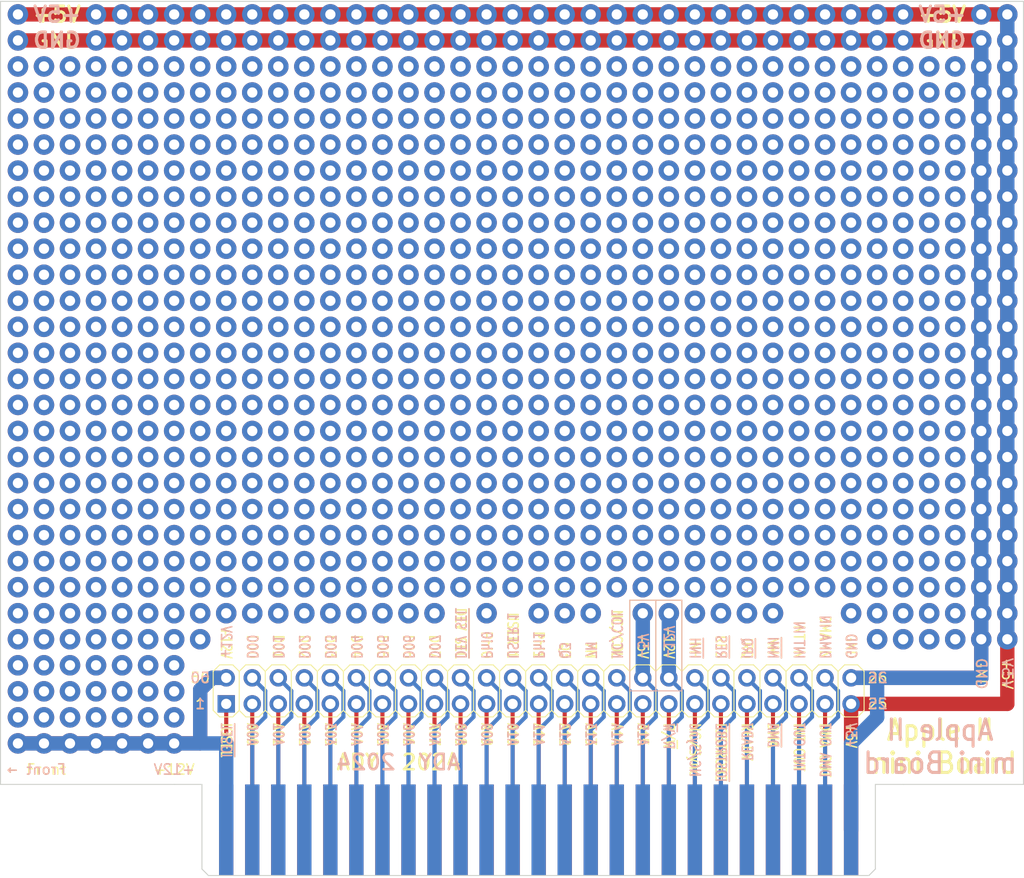
<source format=kicad_pcb>
(kicad_pcb (version 20211014) (generator pcbnew)
  (layers (0 "F.Cu" signal) (31 "B.Cu" signal) (34 "B.Paste" user) (35 "F.Paste" user) (36 "B.SilkS" user "B.Silkscreen") (37 "F.SilkS" user "F.Silkscreen") (38 "B.Mask" user) (39 "F.Mask" user) (44 "Edge.Cuts" user))
  (net 0 "")
  (net 1 "/~{IO_SELECT}")
  (net 2 "/A00")
  (net 3 "/A01")
  (net 4 "/A02")
  (net 5 "/A03")
  (net 6 "/A04")
  (net 7 "/A05")
  (net 8 "/A06")
  (net 9 "/A07")
  (net 10 "/A08")
  (net 11 "/A09")
  (net 12 "/A10")
  (net 13 "/A11")
  (net 14 "/A12")
  (net 15 "/A13")
  (net 16 "/A14")
  (net 17 "/A15")
  (net 18 "/R{slash}~{W}")
  (net 19 "/NC{slash}Sync")
  (net 20 "/~{IO_STROBE}")
  (net 21 "/RDY")
  (net 22 "/~{DMA}")
  (net 23 "/INT_OUT")
  (net 24 "/DMA_OUT")
  (net 25 "+5V")
  (net 26 "GND")
  (net 27 "/DMA_IN")
  (net 28 "/INT_IN")
  (net 29 "/~{NMI}")
  (net 30 "/~{IRQ}")
  (net 31 "/~{RES}")
  (net 32 "/~{INH}")
  (net 33 "-12V")
  (net 34 "-5V")
  (net 35 "/NC{slash}Col")
  (net 36 "/7M")
  (net 37 "/Q3")
  (net 38 "/Phi0")
  (net 39 "/USER_1")
  (net 40 "/Phi1")
  (net 41 "/~{DEVICE_SELECT}")
  (net 42 "/D07")
  (net 43 "/D06")
  (net 44 "/D05")
  (net 45 "/D04")
  (net 46 "/D03")
  (net 47 "/D02")
  (net 48 "/D01")
  (net 49 "/D00")
  (net 50 "+12V")
  (footprint "Apple2:PinHeader_2x25_P2.54mm_Vertical" (layer "F.Cu") (at 175.21 124.36 90)
    (fp_text reference "J2" hide)
    (fp_text value "Apple II Bus Card Pin Header" hide)
  )
  (footprint "Apple2:Protoboard 29x39" (layer "F.Cu") (at 154.89 128.215)
    (fp_text reference "REF**" hide)
    (fp_text value "Protoboard 29x39" hide)
  )
  (footprint "Apple2:Bus_Apple_II_Card" (layer "F.Cu") (at 175.21 136.66)
    (fp_text reference "J1" hide)
    (fp_text value "Apple II Bus Card Edge")
    (fp_line (start 62.695 4.445) (end 63.33 3.81) (layer "Edge.Cuts") (width 0.1))
    (fp_line (start -5.08 -4.445) (end -2.37 -4.445) (layer "Edge.Cuts") (width 0.1))
    (fp_line (start -1.735 4.445) (end 62.695 4.445) (layer "Edge.Cuts") (width 0.1))
    (fp_line (start -2.37 -4.445) (end -2.37 3.81) (layer "Edge.Cuts") (width 0.1))
    (fp_line (start 63.33 3.81) (end 63.33 -4.445) (layer "Edge.Cuts") (width 0.1))
    (fp_line (start 63.33 -4.445) (end 66.04 -4.445) (layer "Edge.Cuts") (width 0.1))
    (fp_line (start -2.37 3.81) (end -1.735 4.445) (layer "Edge.Cuts") (width 0.1))
  )
  (gr_line (start 214.58 123.09) (end 214.58 114.245) (layer "B.SilkS") (width 0.1))
  (gr_line (start 214.58 123.09) (end 219.66 123.09) (layer "B.SilkS") (width 0.1))
  (gr_line (start 217.12 123.09) (end 217.12 114.245) (layer "B.SilkS") (width 0.1))
  (gr_line (start 219.66 123.09) (end 219.66 114.245) (layer "B.SilkS") (width 0.1))
  (gr_line (start 214.58 114.245) (end 219.66 114.245) (layer "B.SilkS") (width 0.1))
  (gr_line (start 219.66 121.185) (end 219.66 114.245) (layer "F.SilkS") (width 0.1))
  (gr_line (start 217.12 121.185) (end 217.12 114.245) (layer "F.SilkS") (width 0.1))
  (gr_line (start 214.58 121.185) (end 214.58 114.245) (layer "F.SilkS") (width 0.1))
  (gr_line (start 214.58 114.245) (end 219.66 114.245) (layer "F.SilkS") (width 0.1))
  (gr_line (start 241.25 132.215) (end 252.99 132.215) (layer "Edge.Cuts") (width 0.1))
  (gr_line (start 170.13 132.215) (end 153.19 132.215) (layer "Edge.Cuts") (width 0.1))
  (gr_line (start 153.19 132.215) (end 153.19 55.825) (layer "Edge.Cuts") (width 0.1))
  (gr_line (start 252.99 55.825) (end 153.19 55.825) (layer "Edge.Cuts") (width 0.1))
  (gr_line (start 252.99 132.215) (end 252.99 55.825) (layer "Edge.Cuts") (width 0.1))
  (gr_text "A00" (at 177.75 126.13 -90) (layer "B.SilkS") (effects (font (size 1 0.8)) (justify right mirror)))
  (gr_text "A07" (at 195.53 126.13 -90) (layer "B.SilkS") (effects (font (size 1 0.8)) (justify right mirror)))
  (gr_text "+5V" (at 245.06 57.095) (layer "B.SilkS") (effects (font (size 1.5 1.5) (thickness 0.3)) (justify mirror)))
  (gr_text "Apple II\nmini Board" (at 244.856 128.524) (layer "B.SilkS") (effects (font (size 2 1.8) (thickness 0.3)) (justify mirror)))
  (gr_text "+5V" (at 251.41 121.412 -90) (layer "B.SilkS") (effects (font (size 1 1)) (justify mirror)))
  (gr_text "A12" (at 208.23 126.13 -90) (layer "B.SilkS") (effects (font (size 1 0.8)) (justify right mirror)))
  (gr_text "R/~{W}" (at 218.39 126.13 -90) (layer "B.SilkS") (effects (font (size 1 0.8)) (justify right mirror)))
  (gr_text "D04" (at 187.91 120.05 -90) (layer "B.SilkS") (effects (font (size 1 0.8)) (justify left mirror)))
  (gr_text "GND" (at 236.17 120.05 -90) (layer "B.SilkS") (effects (font (size 1 0.8)) (justify left mirror)))
  (gr_text "~{IOSEL}" (at 175.21 126.13 -90) (layer "B.SilkS") (effects (font (size 1 0.8)) (justify right mirror)))
  (gr_text "7M" (at 210.77 120.05 -90) (layer "B.SilkS") (effects (font (size 1 0.8)) (justify left mirror)))
  (gr_text "DMA IN" (at 233.63 120.05 -90) (layer "B.SilkS") (effects (font (size 1 0.8)) (justify left mirror)))
  (gr_text "A15" (at 215.85 126.13 -90) (layer "B.SilkS") (effects (font (size 1 0.8)) (justify right mirror)))
  (gr_text "~{RES}" (at 223.47 120.05 -90) (layer "B.SilkS") (effects (font (size 1 0.8)) (justify left mirror)))
  (gr_text "1" (at 172.67 124.36) (layer "B.SilkS") (effects (font (size 1 1)) (justify mirror)))
  (gr_text "A11" (at 205.69 126.13 -90) (layer "B.SilkS") (effects (font (size 1 0.8)) (justify right mirror)))
  (gr_text "INT IN" (at 231.09 120.05 -90) (layer "B.SilkS") (effects (font (size 1 0.8)) (justify left mirror)))
  (gr_text "Front →" (at 153.62 130.755) (layer "B.SilkS") (effects (font (size 1 1)) (justify right mirror)))
  (gr_text "D00" (at 177.75 120.05 -90) (layer "B.SilkS") (effects (font (size 1 0.8)) (justify left mirror)))
  (gr_text "25" (at 238.76 124.36) (layer "B.SilkS") (effects (font (size 1 1)) (justify mirror)))
  (gr_text "READY" (at 226.01 126.13 -90) (layer "B.SilkS") (effects (font (size 1 0.8)) (justify right mirror)))
  (gr_text "GND" (at 245.06 59.635) (layer "B.SilkS") (effects (font (size 1.5 1.5) (thickness 0.3)) (justify mirror)))
  (gr_text "Phi1" (at 205.69 120.05 -90) (layer "B.SilkS") (effects (font (size 1 0.8)) (justify left mirror)))
  (gr_text "~{NMI}" (at 228.55 120.05 -90) (layer "B.SilkS") (effects (font (size 1 0.8)) (justify left mirror)))
  (gr_text "ADY  2024" (at 192.024 130.048) (layer "B.SilkS") (effects (font (size 1.5 1.5) (thickness 0.25)) (justify mirror)))
  (gr_text "D03" (at 185.37 120.05 -90) (layer "B.SilkS") (effects (font (size 1 0.8)) (justify left mirror)))
  (gr_text "+5V" (at 158.7 57.095) (layer "B.SilkS") (effects (font (size 1.5 1.5) (thickness 0.3)) (justify mirror)))
  (gr_text "USER 1" (at 203.15 120.05 -90) (layer "B.SilkS") (effects (font (size 1 0.8)) (justify left mirror)))
  (gr_text "~{DEV SEL}" (at 198.07 120.05 -90) (layer "B.SilkS") (effects (font (size 1 0.8)) (justify left mirror)))
  (gr_text "NC/Sync" (at 220.93 126.13 -90) (layer "B.SilkS") (effects (font (size 1 0.8)) (justify right mirror)))
  (gr_text "DMA OUT" (at 233.63 126.13 -90) (layer "B.SilkS") (effects (font (size 1 0.8)) (justify right mirror)))
  (gr_text "~{DMA}" (at 228.55 126.13 -90) (layer "B.SilkS") (effects (font (size 1 0.8)) (justify right mirror)))
  (gr_text "A02" (at 182.83 126.13 -90) (layer "B.SilkS") (effects (font (size 1 0.8)) (justify right mirror)))
  (gr_text "A09" (at 200.61 126.13 -90) (layer "B.SilkS") (effects (font (size 1 0.8)) (justify right mirror)))
  (gr_text "+12V" (at 175.21 120.05 -90) (layer "B.SilkS") (effects (font (size 1 0.8)) (justify left mirror)))
  (gr_text "A13" (at 210.77 126.13 -90) (layer "B.SilkS") (effects (font (size 1 0.8)) (justify right mirror)))
  (gr_text "A14" (at 213.31 126.13 -90) (layer "B.SilkS") (effects (font (size 1 0.8)) (justify right mirror)))
  (gr_text "D02" (at 182.83 120.05 -90) (layer "B.SilkS") (effects (font (size 1 0.8)) (justify left mirror)))
  (gr_text "Q3" (at 208.23 120.05 -90) (layer "B.SilkS") (effects (font (size 1 0.8)) (justify left mirror)))
  (gr_text "D07" (at 195.53 120.05 -90) (layer "B.SilkS") (effects (font (size 1 0.8)) (justify left mirror)))
  (gr_text "NC/COL" (at 213.31 120.05 -90) (layer "B.SilkS") (effects (font (size 1 0.8)) (justify left mirror)))
  (gr_text "Phi0" (at 200.61 120.05 -90) (layer "B.SilkS") (effects (font (size 1 0.8)) (justify left mirror)))
  (gr_text "GND" (at 158.7 59.635) (layer "B.SilkS") (effects (font (size 1.5 1.5) (thickness 0.3)) (justify mirror)))
  (gr_text "D05" (at 190.45 120.05 -90) (layer "B.SilkS") (effects (font (size 1 0.8)) (justify left mirror)))
  (gr_text "-5V" (at 215.85 120.05 -90) (layer "B.SilkS") (effects (font (size 1 0.8)) (justify left mirror)))
  (gr_text "A04" (at 187.91 126.13 -90) (layer "B.SilkS") (effects (font (size 1 0.8)) (justify right mirror)))
  (gr_text "D01" (at 180.29 120.05 -90) (layer "B.SilkS") (effects (font (size 1 0.8)) (justify left mirror)))
  (gr_text "A10" (at 203.15 126.13 -90) (layer "B.SilkS") (effects (font (size 1 0.8)) (justify right mirror)))
  (gr_text "A01" (at 180.29 126.13 -90) (layer "B.SilkS") (effects (font (size 1 0.8)) (justify right mirror)))
  (gr_text "~{IOSTROBE}" (at 223.47 126.13 -90) (layer "B.SilkS") (effects (font (size 1 0.8)) (justify right mirror)))
  (gr_text "+12V" (at 170.13 130.755) (layer "B.SilkS") (effects (font (size 1 1)) (justify mirror)))
  (gr_text "+5V" (at 236.17 126.13 -90) (layer "B.SilkS") (effects (font (size 1 0.8)) (justify right mirror)))
  (gr_text "A08" (at 198.07 126.13 -90) (layer "B.SilkS") (effects (font (size 1 0.8)) (justify right mirror)))
  (gr_text "~{INH}" (at 220.93 120.05 -90) (layer "B.SilkS") (effects (font (size 1 0.8)) (justify left mirror)))
  (gr_text "~{IRQ}" (at 226.01 120.05 -90) (layer "B.SilkS") (effects (font (size 1 0.8)) (justify left mirror)))
  (gr_text "50" (at 172.67 121.82) (layer "B.SilkS") (effects (font (size 1 1)) (justify mirror)))
  (gr_text "-12V" (at 218.39 120.05 -90) (layer "B.SilkS") (effects (font (size 1 0.8)) (justify left mirror)))
  (gr_text "D06" (at 192.99 120.05 -90) (layer "B.SilkS") (effects (font (size 1 0.8)) (justify left mirror)))
  (gr_text "26" (at 238.76 121.82) (layer "B.SilkS") (effects (font (size 1 1)) (justify mirror)))
  (gr_text "A06" (at 192.99 126.13 -90) (layer "B.SilkS") (effects (font (size 1 0.8)) (justify right mirror)))
  (gr_text "INT OUT" (at 231.09 126.13 -90) (layer "B.SilkS") (effects (font (size 1 0.8)) (justify right mirror)))
  (gr_text "A03" (at 185.37 126.13 -90) (layer "B.SilkS") (effects (font (size 1 0.8)) (justify right mirror)))
  (gr_text "GND" (at 248.87 121.412 -90) (layer "B.SilkS") (effects (font (size 1 1)) (justify mirror)))
  (gr_text "A05" (at 190.45 126.13 -90) (layer "B.SilkS") (effects (font (size 1 0.8)) (justify right mirror)))
  (gr_text "INT OUT" (at 231.09 126.13 -90) (layer "F.SilkS") (effects (font (size 1 0.8)) (justify left)))
  (gr_text "A10" (at 203.15 126.13 -90) (layer "F.SilkS") (effects (font (size 1 0.8)) (justify left)))
  (gr_text "USER 1" (at 203.15 120.05 -90) (layer "F.SilkS") (effects (font (size 1 0.8)) (justify right)))
  (gr_text "25" (at 238.76 124.36) (layer "F.SilkS") (effects (font (size 1 1))))
  (gr_text "-5V" (at 215.85 120.05 -90) (layer "F.SilkS") (effects (font (size 1 0.8)) (justify right)))
  (gr_text "NC/COL" (at 213.31 120.05 -90) (layer "F.SilkS") (effects (font (size 1 0.8)) (justify right)))
  (gr_text "A15" (at 215.85 126.13 -90) (layer "F.SilkS") (effects (font (size 1 0.8)) (justify left)))
  (gr_text "D07" (at 195.53 120.05 -90) (layer "F.SilkS") (effects (font (size 1 0.8)) (justify right)))
  (gr_text "-12V" (at 218.39 120.05 -90) (layer "F.SilkS") (effects (font (size 1 0.8)) (justify right)))
  (gr_text "A13" (at 210.77 126.13 -90) (layer "F.SilkS") (effects (font (size 1 0.8)) (justify left)))
  (gr_text "50" (at 172.67 121.82) (layer "F.SilkS") (effects (font (size 1 1))))
  (gr_text "+12V" (at 175.21 120.05 -90) (layer "F.SilkS") (effects (font (size 1 0.8)) (justify right)))
  (gr_text "Phi1" (at 205.69 120.05 -90) (layer "F.SilkS") (effects (font (size 1 0.8)) (justify right)))
  (gr_text "A01" (at 180.29 126.13 -90) (layer "F.SilkS") (effects (font (size 1 0.8)) (justify left)))
  (gr_text "GND" (at 248.87 121.412 -90) (layer "F.SilkS") (effects (font (size 1 1))))
  (gr_text "← Front" (at 153.62 130.755) (layer "F.SilkS") (effects (font (size 1 1)) (justify left)))
  (gr_text "ADY  2024" (at 192.024 130.048) (layer "F.SilkS") (effects (font (size 1.5 1.5) (thickness 0.25))))
  (gr_text "GND" (at 236.17 120.05 -90) (layer "F.SilkS") (effects (font (size 1 0.8)) (justify right)))
  (gr_text "~{INH}" (at 220.93 120.05 -90) (layer "F.SilkS") (effects (font (size 1 0.8)) (justify right)))
  (gr_text "7M" (at 210.77 120.05 -90) (layer "F.SilkS") (effects (font (size 1 0.8)) (justify right)))
  (gr_text "A04" (at 187.91 126.13 -90) (layer "F.SilkS") (effects (font (size 1 0.8)) (justify left)))
  (gr_text "~{DMA}" (at 228.55 126.13 -90) (layer "F.SilkS") (effects (font (size 1 0.8)) (justify left)))
  (gr_text "~{IOSTROBE}" (at 223.47 126.13 -90) (layer "F.SilkS") (effects (font (size 1 0.8)) (justify left)))
  (gr_text "+5V" (at 251.41 121.412 -90) (layer "F.SilkS") (effects (font (size 1 1))))
  (gr_text "A09" (at 200.61 126.13 -90) (layer "F.SilkS") (effects (font (size 1 0.8)) (justify left)))
  (gr_text "A14" (at 213.31 126.13 -90) (layer "F.SilkS") (effects (font (size 1 0.8)) (justify left)))
  (gr_text "~{IOSEL}" (at 175.21 126.13 -90) (layer "F.SilkS") (effects (font (size 1 0.8)) (justify left)))
  (gr_text "Phi0" (at 200.61 120.05 -90) (layer "F.SilkS") (effects (font (size 1 0.8)) (justify right)))
  (gr_text "INT IN" (at 231.09 120.05 -90) (layer "F.SilkS") (effects (font (size 1 0.8)) (justify right)))
  (gr_text "READY" (at 226.01 126.13 -90) (layer "F.SilkS") (effects (font (size 1 0.8)) (justify left)))
  (gr_text "D05" (at 190.45 120.05 -90) (layer "F.SilkS") (effects (font (size 1 0.8)) (justify right)))
  (gr_text "A12" (at 208.23 126.13 -90) (layer "F.SilkS") (effects (font (size 1 0.8)) (justify left)))
  (gr_text "GND" (at 245.06 59.635) (layer "F.SilkS") (effects (font (size 1.5 1.5) (thickness 0.3))))
  (gr_text "DMA IN" (at 233.63 120.05 -90) (layer "F.SilkS") (effects (font (size 1 0.8)) (justify right)))
  (gr_text "1" (at 172.67 124.36) (layer "F.SilkS") (effects (font (size 1 1))))
  (gr_text "A06" (at 192.99 126.13 -90) (layer "F.SilkS") (effects (font (size 1 0.8)) (justify left)))
  (gr_text "D03" (at 185.37 120.05 -90) (layer "F.SilkS") (effects (font (size 1 0.8)) (justify right)))
  (gr_text "D06" (at 192.99 120.05 -90) (layer "F.SilkS") (effects (font (size 1 0.8)) (justify right)))
  (gr_text "A11" (at 205.69 126.13 -90) (layer "F.SilkS") (effects (font (size 1 0.8)) (justify left)))
  (gr_text "+5V" (at 245.06 57.095) (layer "F.SilkS") (effects (font (size 1.5 1.5) (thickness 0.3))))
  (gr_text "D01" (at 180.29 120.05 -90) (layer "F.SilkS") (effects (font (size 1 0.8)) (justify right)))
  (gr_text "NC/Sync" (at 220.93 126.13 -90) (layer "F.SilkS") (effects (font (size 1 0.8)) (justify left)))
  (gr_text "D04" (at 187.91 120.05 -90) (layer "F.SilkS") (effects (font (size 1 0.8)) (justify right)))
  (gr_text "A02" (at 182.83 126.13 -90) (layer "F.SilkS") (effects (font (size 1 0.8)) (justify left)))
  (gr_text "D00" (at 177.75 120.05 -90) (layer "F.SilkS") (effects (font (size 1 0.8)) (justify right)))
  (gr_text "~{NMI}" (at 228.55 120.05 -90) (layer "F.SilkS") (effects (font (size 1 0.8)) (justify right)))
  (gr_text "+5V" (at 158.7 57.095) (layer "F.SilkS") (effects (font (size 1.5 1.5) (thickness 0.3))))
  (gr_text "GND" (at 158.7 59.635) (layer "F.SilkS") (effects (font (size 1.5 1.5) (thickness 0.3))))
  (gr_text "~{RES}" (at 223.47 120.05 -90) (layer "F.SilkS") (effects (font (size 1 0.8)) (justify right)))
  (gr_text "A03" (at 185.37 126.13 -90) (layer "F.SilkS") (effects (font (size 1 0.8)) (justify left)))
  (gr_text "A07" (at 195.53 126.13 -90) (layer "F.SilkS") (effects (font (size 1 0.8)) (justify left)))
  (gr_text "+5V" (at 236.17 126.13 -90) (layer "F.SilkS") (effects (font (size 1 0.8)) (justify left)))
  (gr_text "A08" (at 198.07 126.13 -90) (layer "F.SilkS") (effects (font (size 1 0.8)) (justify left)))
  (gr_text "DMA OUT" (at 233.63 126.13 -90) (layer "F.SilkS") (effects (font (size 1 0.8)) (justify left)))
  (gr_text "~{IRQ}" (at 226.01 120.05 -90) (layer "F.SilkS") (effects (font (size 1 0.8)) (justify right)))
  (gr_text "A00" (at 177.75 126.13 -90) (layer "F.SilkS") (effects (font (size 1 0.8)) (justify left)))
  (gr_text "+12V" (at 170.13 130.755) (layer "F.SilkS") (effects (font (size 1 1))))
  (gr_text "R/~{W}" (at 218.39 126.13 -90) (layer "F.SilkS") (effects (font (size 1 0.8)) (justify left)))
  (gr_text "D02" (at 182.83 120.05 -90) (layer "F.SilkS") (effects (font (size 1 0.8)) (justify right)))
  (gr_text "Q3" (at 208.23 120.05 -90) (layer "F.SilkS") (effects (font (size 1 0.8)) (justify right)))
  (gr_text "Apple II\nmini Board" (at 244.856 128.524) (layer "F.SilkS") (effects (font (size 2 1.8) (thickness 0.3))))
  (gr_text "26" (at 238.76 121.82) (layer "F.SilkS") (effects (font (size 1 1))))
  (gr_text "A05" (at 190.45 126.13 -90) (layer "F.SilkS") (effects (font (size 1 0.8)) (justify left)))
  (gr_text "~{DEV SEL}" (at 198.07 120.05 -90) (layer "F.SilkS") (effects (font (size 1 0.8)) (justify right)))
  (segment (start 175.21 136.66) (end 175.21 124.36) (width 0.4) (layer "F.Cu") (net 1))
  (segment (start 177.75 136.66) (end 177.75 124.36) (width 0.4) (layer "F.Cu") (net 2))
  (segment (start 180.29 136.66) (end 180.29 124.36) (width 0.4) (layer "F.Cu") (net 3))
  (segment (start 182.83 136.66) (end 182.83 124.36) (width 0.4) (layer "F.Cu") (net 4))
  (segment (start 185.37 136.66) (end 185.37 124.36) (width 0.4) (layer "F.Cu") (net 5))
  (segment (start 187.91 136.66) (end 187.91 124.36) (width 0.4) (layer "F.Cu") (net 6))
  (segment (start 190.45 136.66) (end 190.45 124.36) (width 0.4) (layer "F.Cu") (net 7))
  (segment (start 192.99 136.66) (end 192.99 124.36) (width 0.4) (layer "F.Cu") (net 8))
  (segment (start 195.53 136.66) (end 195.53 124.36) (width 0.4) (layer "F.Cu") (net 9))
  (segment (start 198.07 136.66) (end 198.07 124.36) (width 0.4) (layer "F.Cu") (net 10))
  (segment (start 200.61 136.66) (end 200.61 124.36) (width 0.4) (layer "F.Cu") (net 11))
  (segment (start 203.15 136.66) (end 203.15 124.36) (width 0.4) (layer "F.Cu") (net 12))
  (segment (start 205.69 136.66) (end 205.69 124.36) (width 0.4) (layer "F.Cu") (net 13))
  (segment (start 208.23 136.66) (end 208.23 124.36) (width 0.4) (layer "F.Cu") (net 14))
  (segment (start 210.77 136.66) (end 210.77 124.36) (width 0.4) (layer "F.Cu") (net 15))
  (segment (start 213.31 136.66) (end 213.31 124.36) (width 0.4) (layer "F.Cu") (net 16))
  (segment (start 215.85 136.66) (end 215.85 124.36) (width 0.4) (layer "F.Cu") (net 17))
  (segment (start 218.39 136.66) (end 218.39 124.36) (width 0.4) (layer "F.Cu") (net 18))
  (segment (start 220.93 136.66) (end 220.93 124.36) (width 0.4) (layer "F.Cu") (net 19))
  (segment (start 223.47 136.66) (end 223.47 124.36) (width 0.4) (layer "F.Cu") (net 20))
  (segment (start 226.01 136.66) (end 226.01 124.36) (width 0.4) (layer "F.Cu") (net 21))
  (segment (start 228.55 136.66) (end 228.55 124.36) (width 0.4) (layer "F.Cu") (net 22))
  (segment (start 231.09 136.66) (end 231.09 124.36) (width 0.4) (layer "F.Cu") (net 23))
  (segment (start 233.63 136.66) (end 233.63 124.36) (width 0.4) (layer "F.Cu") (net 24))
  (segment (start 236.17 124.36) (end 251.41 124.36) (width 1.4) (layer "F.Cu") (net 25))
  (segment (start 251.41 124.36) (end 251.41 57.095) (width 1.4) (layer "F.Cu") (net 25))
  (segment (start 251.41 57.095) (end 154.89 57.095) (width 1.4) (layer "F.Cu") (net 25))
  (segment (start 236.17 124.36) (end 236.17 136.66) (width 1.4) (layer "F.Cu") (net 25))
  (segment (start 251.41 118.055) (end 251.41 57.095) (width 1.4) (layer "B.Cu") (net 25))
  (segment (start 248.87 121.82) (end 248.87 59.635) (width 1.4) (layer "F.Cu") (net 26))
  (segment (start 248.87 59.635) (end 154.89 59.635) (width 1.4) (layer "F.Cu") (net 26))
  (segment (start 236.17 121.82) (end 248.87 121.82) (width 1.4) (layer "F.Cu") (net 26))
  (segment (start 236.17 128.215) (end 238.71 125.675) (width 1.4) (layer "B.Cu") (net 26))
  (segment (start 238.71 125.675) (end 238.71 121.82) (width 1.4) (layer "B.Cu") (net 26))
  (segment (start 236.17 136.66) (end 236.17 128.215) (width 1.4) (layer "B.Cu") (net 26))
  (segment (start 236.17 121.82) (end 248.87 121.82) (width 1.4) (layer "B.Cu") (net 26))
  (segment (start 248.87 121.82) (end 248.87 59.635) (width 1.4) (layer "B.Cu") (net 26))
  (segment (start 233.63 126.9) (end 234.9 125.63) (width 0.4) (layer "B.Cu") (net 27))
  (segment (start 234.9 123.09) (end 233.63 121.82) (width 0.4) (layer "B.Cu") (net 27))
  (segment (start 233.63 136.66) (end 233.63 126.9) (width 0.4) (layer "B.Cu") (net 27))
  (segment (start 234.9 125.63) (end 234.9 123.09) (width 0.4) (layer "B.Cu") (net 27))
  (segment (start 232.36 123.09) (end 231.09 121.82) (width 0.4) (layer "B.Cu") (net 28))
  (segment (start 231.09 126.9) (end 232.36 125.63) (width 0.4) (layer "B.Cu") (net 28))
  (segment (start 232.36 125.63) (end 232.36 123.09) (width 0.4) (layer "B.Cu") (net 28))
  (segment (start 231.09 136.66) (end 231.09 126.9) (width 0.4) (layer "B.Cu") (net 28))
  (segment (start 228.55 136.66) (end 228.55 126.9) (width 0.4) (layer "B.Cu") (net 29))
  (segment (start 228.55 126.9) (end 229.82 125.63) (width 0.4) (layer "B.Cu") (net 29))
  (segment (start 229.82 123.09) (end 228.55 121.82) (width 0.4) (layer "B.Cu") (net 29))
  (segment (start 229.82 125.63) (end 229.82 123.09) (width 0.4) (layer "B.Cu") (net 29))
  (segment (start 226.01 126.9) (end 227.28 125.63) (width 0.4) (layer "B.Cu") (net 30))
  (segment (start 227.28 123.09) (end 226.01 121.82) (width 0.4) (layer "B.Cu") (net 30))
  (segment (start 227.28 125.63) (end 227.28 123.09) (width 0.4) (layer "B.Cu") (net 30))
  (segment (start 226.01 136.66) (end 226.01 126.9) (width 0.4) (layer "B.Cu") (net 30))
  (segment (start 223.47 126.9) (end 224.74 125.63) (width 0.4) (layer "B.Cu") (net 31))
  (segment (start 223.47 136.66) (end 223.47 126.9) (width 0.4) (layer "B.Cu") (net 31))
  (segment (start 224.74 123.09) (end 223.47 121.82) (width 0.4) (layer "B.Cu") (net 31))
  (segment (start 224.74 125.63) (end 224.74 123.09) (width 0.4) (layer "B.Cu") (net 31))
  (segment (start 222.2 123.09) (end 220.93 121.82) (width 0.4) (layer "B.Cu") (net 32))
  (segment (start 222.2 125.63) (end 222.2 123.09) (width 0.4) (layer "B.Cu") (net 32))
  (segment (start 220.93 136.66) (end 220.93 126.9) (width 0.4) (layer "B.Cu") (net 32))
  (segment (start 220.93 126.9) (end 222.2 125.63) (width 0.4) (layer "B.Cu") (net 32))
  (segment (start 218.39 121.82) (end 218.39 115.515) (width 1.4) (layer "B.Cu") (net 33))
  (segment (start 218.39 126.9) (end 219.66 125.63) (width 0.4) (layer "B.Cu") (net 33))
  (segment (start 219.66 125.63) (end 219.66 123.09) (width 0.4) (layer "B.Cu") (net 33))
  (segment (start 219.66 123.09) (end 218.39 121.82) (width 0.4) (layer "B.Cu") (net 33))
  (segment (start 218.39 136.66) (end 218.39 126.9) (width 0.4) (layer "B.Cu") (net 33))
  (segment (start 215.85 126.9) (end 217.12 125.63) (width 0.4) (layer "B.Cu") (net 34))
  (segment (start 215.85 136.66) (end 215.85 126.9) (width 0.4) (layer "B.Cu") (net 34))
  (segment (start 217.12 123.09) (end 215.85 121.82) (width 0.4) (layer "B.Cu") (net 34))
  (segment (start 215.85 115.515) (end 215.85 121.82) (width 1.4) (layer "B.Cu") (net 34))
  (segment (start 217.12 125.63) (end 217.12 123.09) (width 0.4) (layer "B.Cu") (net 34))
  (segment (start 213.31 126.9) (end 214.58 125.63) (width 0.4) (layer "B.Cu") (net 35))
  (segment (start 214.58 125.63) (end 214.58 123.09) (width 0.4) (layer "B.Cu") (net 35))
  (segment (start 213.31 136.66) (end 213.31 126.9) (width 0.4) (layer "B.Cu") (net 35))
  (segment (start 214.58 123.09) (end 213.31 121.82) (width 0.4) (layer "B.Cu") (net 35))
  (segment (start 212.04 123.09) (end 210.77 121.82) (width 0.4) (layer "B.Cu") (net 36))
  (segment (start 210.77 126.9) (end 212.04 125.63) (width 0.4) (layer "B.Cu") (net 36))
  (segment (start 210.77 136.66) (end 210.77 126.9) (width 0.4) (layer "B.Cu") (net 36))
  (segment (start 212.04 125.63) (end 212.04 123.09) (width 0.4) (layer "B.Cu") (net 36))
  (segment (start 208.23 126.9) (end 209.5 125.63) (width 0.4) (layer "B.Cu") (net 37))
  (segment (start 209.5 125.63) (end 209.5 123.09) (width 0.4) (layer "B.Cu") (net 37))
  (segment (start 208.23 136.66) (end 208.23 126.9) (width 0.4) (layer "B.Cu") (net 37))
  (segment (start 209.5 123.09) (end 208.23 121.82) (width 0.4) (layer "B.Cu") (net 37))
  (segment (start 205.69 136.66) (end 205.69 126.9) (width 0.4) (layer "B.Cu") (net 38))
  (segment (start 206.96 125.63) (end 206.96 123.09) (width 0.4) (layer "B.Cu") (net 38))
  (segment (start 205.69 126.9) (end 206.96 125.63) (width 0.4) (layer "B.Cu") (net 38))
  (segment (start 206.96 123.09) (end 205.69 121.82) (width 0.4) (layer "B.Cu") (net 38))
  (segment (start 204.42 125.63) (end 204.42 123.09) (width 0.4) (layer "B.Cu") (net 39))
  (segment (start 203.15 136.66) (end 203.15 126.9) (width 0.4) (layer "B.Cu") (net 39))
  (segment (start 203.15 126.9) (end 204.42 125.63) (width 0.4) (layer "B.Cu") (net 39))
  (segment (start 204.42 123.09) (end 203.15 121.82) (width 0.4) (layer "B.Cu") (net 39))
  (segment (start 201.88 123.09) (end 200.61 121.82) (width 0.4) (layer "B.Cu") (net 40))
  (segment (start 201.88 125.63) (end 201.88 123.09) (width 0.4) (layer "B.Cu") (net 40))
  (segment (start 200.61 126.9) (end 201.88 125.63) (width 0.4) (layer "B.Cu") (net 40))
  (segment (start 200.61 136.66) (end 200.61 126.9) (width 0.4) (layer "B.Cu") (net 40))
  (segment (start 199.34 125.63) (end 199.34 123.09) (width 0.4) (layer "B.Cu") (net 41))
  (segment (start 198.07 136.66) (end 198.07 126.9) (width 0.4) (layer "B.Cu") (net 41))
  (segment (start 198.07 126.9) (end 199.34 125.63) (width 0.4) (layer "B.Cu") (net 41))
  (segment (start 199.34 123.09) (end 198.07 121.82) (width 0.4) (layer "B.Cu") (net 41))
  (segment (start 195.53 126.9) (end 196.8 125.63) (width 0.4) (layer "B.Cu") (net 42))
  (segment (start 196.8 125.63) (end 196.8 123.09) (width 0.4) (layer "B.Cu") (net 42))
  (segment (start 195.53 136.66) (end 195.53 126.9) (width 0.4) (layer "B.Cu") (net 42))
  (segment (start 196.8 123.09) (end 195.53 121.82) (width 0.4) (layer "B.Cu") (net 42))
  (segment (start 192.99 126.9) (end 194.26 125.63) (width 0.4) (layer "B.Cu") (net 43))
  (segment (start 194.26 125.63) (end 194.26 123.09) (width 0.4) (layer "B.Cu") (net 43))
  (segment (start 192.99 136.66) (end 192.99 126.9) (width 0.4) (layer "B.Cu") (net 43))
  (segment (start 194.26 123.09) (end 192.99 121.82) (width 0.4) (layer "B.Cu") (net 43))
  (segment (start 190.45 136.66) (end 190.45 126.9) (width 0.4) (layer "B.Cu") (net 44))
  (segment (start 191.72 125.63) (end 191.72 123.09) (width 0.4) (layer "B.Cu") (net 44))
  (segment (start 191.72 123.09) (end 190.45 121.82) (width 0.4) (layer "B.Cu") (net 44))
  (segment (start 190.45 126.9) (end 191.72 125.63) (width 0.4) (layer "B.Cu") (net 44))
  (segment (start 187.91 136.66) (end 187.91 126.9) (width 0.4) (layer "B.Cu") (net 45))
  (segment (start 189.18 123.09) (end 187.91 121.82) (width 0.4) (layer "B.Cu") (net 45))
  (segment (start 187.91 126.9) (end 189.18 125.63) (width 0.4) (layer "B.Cu") (net 45))
  (segment (start 189.18 125.63) (end 189.18 123.09) (width 0.4) (layer "B.Cu") (net 45))
  (segment (start 185.37 136.66) (end 185.37 126.9) (width 0.4) (layer "B.Cu") (net 46))
  (segment (start 186.64 125.63) (end 186.64 123.09) (width 0.4) (layer "B.Cu") (net 46))
  (segment (start 186.64 123.09) (end 185.37 121.82) (width 0.4) (layer "B.Cu") (net 46))
  (segment (start 185.37 126.9) (end 186.64 125.63) (width 0.4) (layer "B.Cu") (net 46))
  (segment (start 184.1 125.63) (end 184.1 123.09) (width 0.4) (layer "B.Cu") (net 47))
  (segment (start 182.83 126.9) (end 184.1 125.63) (width 0.4) (layer "B.Cu") (net 47))
  (segment (start 184.1 123.09) (end 182.83 121.82) (width 0.4) (layer "B.Cu") (net 47))
  (segment (start 182.83 136.66) (end 182.83 126.9) (width 0.4) (layer "B.Cu") (net 47))
  (segment (start 180.29 136.66) (end 180.29 126.9) (width 0.4) (layer "B.Cu") (net 48))
  (segment (start 181.56 123.09) (end 180.29 121.82) (width 0.4) (layer "B.Cu") (net 48))
  (segment (start 180.29 126.9) (end 181.56 125.63) (width 0.4) (layer "B.Cu") (net 48))
  (segment (start 181.56 125.63) (end 181.56 123.09) (width 0.4) (layer "B.Cu") (net 48))
  (segment (start 179.02 123.09) (end 177.75 121.82) (width 0.4) (layer "B.Cu") (net 49))
  (segment (start 179.02 125.63) (end 179.02 123.09) (width 0.4) (layer "B.Cu") (net 49))
  (segment (start 177.75 136.66) (end 177.75 126.9) (width 0.4) (layer "B.Cu") (net 49))
  (segment (start 177.75 126.9) (end 179.02 125.63) (width 0.4) (layer "B.Cu") (net 49))
  (segment (start 175.21 121.82) (end 173.836 121.82) (width 1.4) (layer "F.Cu") (net 50))
  (segment (start 172.67 122.986) (end 172.67 128.215) (width 1.4) (layer "F.Cu") (net 50))
  (segment (start 172.67 128.215) (end 154.89 128.215) (width 1.4) (layer "F.Cu") (net 50))
  (segment (start 173.836 121.82) (end 172.67 122.986) (width 1.4) (layer "F.Cu") (net 50))
  (segment (start 175.21 136.66) (end 175.21 128.215) (width 1.4) (layer "B.Cu") (net 50))
  (segment (start 175.21 128.215) (end 154.89 128.215) (width 1.4) (layer "B.Cu") (net 50))
  (segment (start 173.836 121.82) (end 172.67 122.986) (width 1.4) (layer "B.Cu") (net 50))
  (segment (start 175.21 121.82) (end 173.836 121.82) (width 1.4) (layer "B.Cu") (net 50))
  (segment (start 172.67 122.986) (end 172.67 128.215) (width 1.4) (layer "B.Cu") (net 50))
)
</source>
